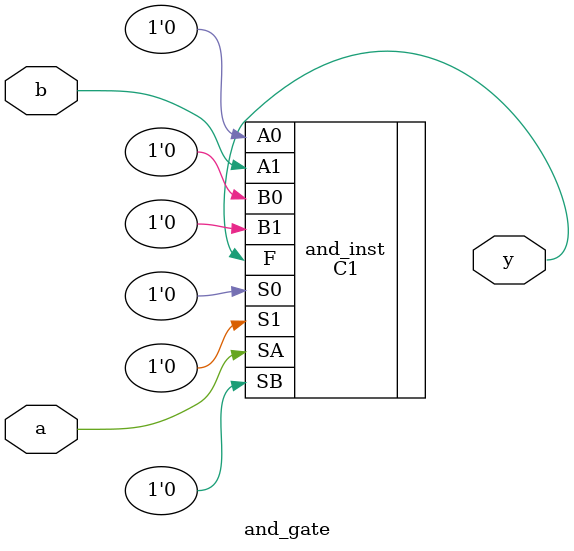
<source format=v>
module and_gate
(
    input a, b,
    output y
);
    C1 and_inst (
        .A0(1'b0),
        .A1(b),
        .SA(a),
        .B0(1'b0),
        .B1(1'b0),
        .SB(1'b0),
        .S0(1'b0),
        .S1(1'b0),
        .F(y)
    );
endmodule
</source>
